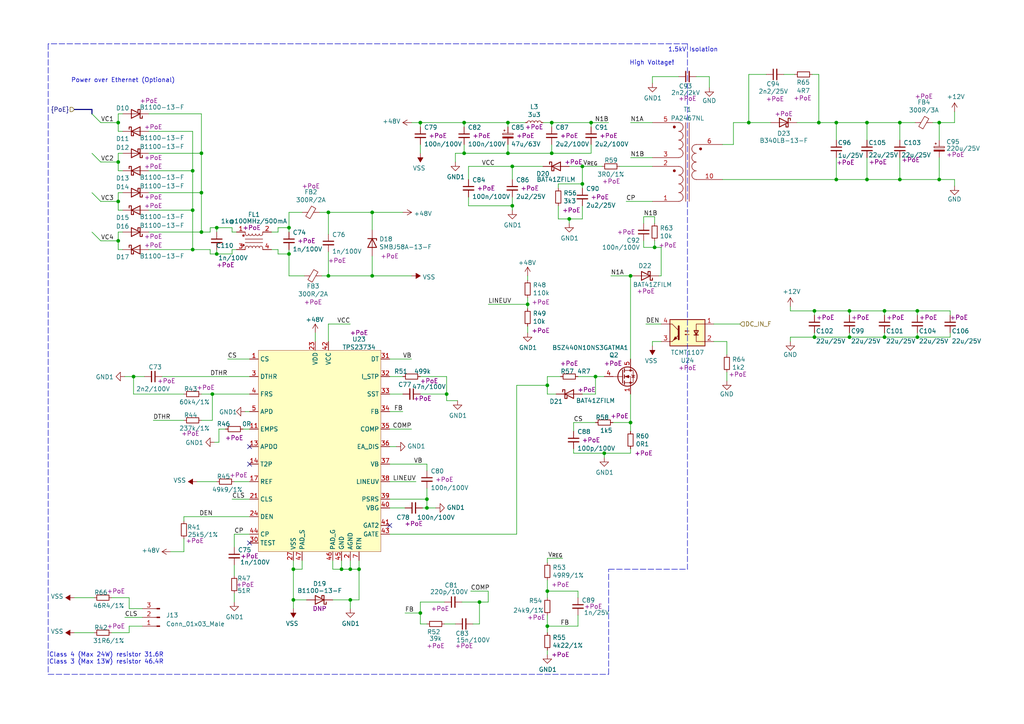
<source format=kicad_sch>
(kicad_sch (version 20210621) (generator eeschema)
  (paper "A4")
  (title_block (title "Power over Ethernet") (date "2021-01-12") (rev "0.1") (company "Nabu Casa") (comment 1 "www.nabucasa.com") (comment 2 "Light Blue"))
  (junction (at 34.29 35.56) (diameter 0.9144))
  (junction (at 34.29 46.99) (diameter 0.9144))
  (junction (at 34.29 58.42) (diameter 0.9144))
  (junction (at 34.29 69.85) (diameter 0.9144))
  (junction (at 38.735 109.22) (diameter 0.9144))
  (junction (at 55.88 49.53) (diameter 0.9144))
  (junction (at 55.88 60.96) (diameter 0.9144))
  (junction (at 55.88 72.39) (diameter 0.9144))
  (junction (at 58.42 44.45) (diameter 0.9144))
  (junction (at 58.42 55.88) (diameter 0.9144))
  (junction (at 58.42 67.31) (diameter 0.9144))
  (junction (at 61.595 114.3) (diameter 0.9144))
  (junction (at 62.865 66.04) (diameter 0.9144))
  (junction (at 62.865 73.66) (diameter 0.9144))
  (junction (at 83.82 66.04) (diameter 0.9144))
  (junction (at 83.82 73.66) (diameter 0.9144))
  (junction (at 85.09 165.1) (diameter 0.9144))
  (junction (at 85.09 173.99) (diameter 0.9144))
  (junction (at 95.25 61.595) (diameter 0.9144))
  (junction (at 95.25 80.01) (diameter 0.9144))
  (junction (at 99.06 165.1) (diameter 0.9144))
  (junction (at 101.6 165.1) (diameter 0.9144))
  (junction (at 101.6 173.99) (diameter 0.9144))
  (junction (at 104.14 165.1) (diameter 0.9144))
  (junction (at 107.95 61.595) (diameter 0.9144))
  (junction (at 107.95 80.01) (diameter 0.9144))
  (junction (at 121.92 35.56) (diameter 0.9144))
  (junction (at 121.92 177.8) (diameter 0.9144))
  (junction (at 123.825 144.78) (diameter 0.9144))
  (junction (at 123.825 147.32) (diameter 0.9144))
  (junction (at 129.54 114.3) (diameter 0.9144))
  (junction (at 134.62 35.56) (diameter 0.9144))
  (junction (at 134.62 44.45) (diameter 0.9144))
  (junction (at 139.065 174.625) (diameter 0.9144))
  (junction (at 147.32 35.56) (diameter 0.9144))
  (junction (at 147.32 44.45) (diameter 0.9144))
  (junction (at 148.59 48.26) (diameter 0.9144))
  (junction (at 148.59 59.69) (diameter 0.9144))
  (junction (at 153.035 88.265) (diameter 0.9144))
  (junction (at 158.75 111.76) (diameter 0.9144))
  (junction (at 158.75 171.45) (diameter 0.9144))
  (junction (at 158.75 181.61) (diameter 0.9144))
  (junction (at 160.02 35.56) (diameter 0.9144))
  (junction (at 160.02 44.45) (diameter 0.9144))
  (junction (at 165.1 63.5) (diameter 0.9144))
  (junction (at 168.91 48.26) (diameter 0.9144))
  (junction (at 168.91 53.34) (diameter 0.9144))
  (junction (at 171.45 35.56) (diameter 0.9144))
  (junction (at 172.72 109.22) (diameter 0.9144))
  (junction (at 175.26 131.445) (diameter 0.9144))
  (junction (at 182.88 80.01) (diameter 0.9144))
  (junction (at 182.88 122.555) (diameter 0.9144))
  (junction (at 189.865 71.755) (diameter 0.9144))
  (junction (at 217.17 35.56) (diameter 0.9144))
  (junction (at 236.22 90.17) (diameter 0.9144))
  (junction (at 236.22 97.79) (diameter 0.9144))
  (junction (at 237.49 35.56) (diameter 0.9144))
  (junction (at 242.57 35.56) (diameter 0.9144))
  (junction (at 242.57 52.07) (diameter 0.9144))
  (junction (at 246.38 90.17) (diameter 0.9144))
  (junction (at 246.38 97.79) (diameter 0.9144))
  (junction (at 251.46 35.56) (diameter 0.9144))
  (junction (at 251.46 52.07) (diameter 0.9144))
  (junction (at 256.54 90.17) (diameter 0.9144))
  (junction (at 256.54 97.79) (diameter 0.9144))
  (junction (at 260.985 35.56) (diameter 0.9144))
  (junction (at 260.985 52.07) (diameter 0.9144))
  (junction (at 266.065 90.17) (diameter 0.9144))
  (junction (at 266.065 97.79) (diameter 0.9144))
  (junction (at 272.415 35.56) (diameter 0.9144))
  (junction (at 272.415 52.07) (diameter 0.9144))
  (no_connect (at 72.39 129.54))
  (no_connect (at 72.39 134.62))
  (no_connect (at 72.39 157.48))
  (no_connect (at 113.03 152.4))
  (bus_entry (at 26.67 33.02) (size 2.54 2.54) (stroke (width 0.1524)))
  (bus_entry (at 26.67 44.45) (size 2.54 2.54) (stroke (width 0.1524)))
  (bus_entry (at 26.67 55.88) (size 2.54 2.54) (stroke (width 0.1524)))
  (bus_entry (at 26.67 67.31) (size 2.54 2.54) (stroke (width 0.1524)))
  (wire (pts (xy 21.59 173.355) (xy 27.305 173.355)))
  (wire (pts (xy 21.59 183.515) (xy 27.305 183.515)))
  (wire (pts (xy 29.21 35.56) (xy 34.29 35.56)))
  (wire (pts (xy 29.21 46.99) (xy 34.29 46.99)))
  (wire (pts (xy 29.21 58.42) (xy 34.29 58.42)))
  (wire (pts (xy 29.21 69.85) (xy 34.29 69.85)))
  (wire (pts (xy 34.29 33.02) (xy 34.29 35.56)))
  (wire (pts (xy 34.29 38.1) (xy 34.29 35.56)))
  (wire (pts (xy 34.29 44.45) (xy 34.29 46.99)))
  (wire (pts (xy 34.29 49.53) (xy 34.29 46.99)))
  (wire (pts (xy 34.29 55.88) (xy 34.29 58.42)))
  (wire (pts (xy 34.29 60.96) (xy 34.29 58.42)))
  (wire (pts (xy 34.29 67.31) (xy 34.29 69.85)))
  (wire (pts (xy 34.29 72.39) (xy 34.29 69.85)))
  (wire (pts (xy 35.56 33.02) (xy 34.29 33.02)))
  (wire (pts (xy 35.56 38.1) (xy 34.29 38.1)))
  (wire (pts (xy 35.56 44.45) (xy 34.29 44.45)))
  (wire (pts (xy 35.56 49.53) (xy 34.29 49.53)))
  (wire (pts (xy 35.56 55.88) (xy 34.29 55.88)))
  (wire (pts (xy 35.56 60.96) (xy 34.29 60.96)))
  (wire (pts (xy 35.56 67.31) (xy 34.29 67.31)))
  (wire (pts (xy 35.56 72.39) (xy 34.29 72.39)))
  (wire (pts (xy 36.195 109.22) (xy 38.735 109.22)))
  (wire (pts (xy 36.195 179.07) (xy 41.275 179.07)))
  (wire (pts (xy 37.465 173.355) (xy 32.385 173.355)))
  (wire (pts (xy 37.465 176.53) (xy 37.465 173.355)))
  (wire (pts (xy 37.465 181.61) (xy 37.465 183.515)))
  (wire (pts (xy 37.465 183.515) (xy 32.385 183.515)))
  (wire (pts (xy 38.735 109.22) (xy 41.91 109.22)))
  (wire (pts (xy 38.735 114.3) (xy 38.735 109.22)))
  (wire (pts (xy 41.275 176.53) (xy 37.465 176.53)))
  (wire (pts (xy 41.275 181.61) (xy 37.465 181.61)))
  (wire (pts (xy 43.18 33.02) (xy 58.42 33.02)))
  (wire (pts (xy 43.18 38.1) (xy 55.88 38.1)))
  (wire (pts (xy 43.18 44.45) (xy 58.42 44.45)))
  (wire (pts (xy 43.18 49.53) (xy 55.88 49.53)))
  (wire (pts (xy 43.18 55.88) (xy 58.42 55.88)))
  (wire (pts (xy 43.18 60.96) (xy 55.88 60.96)))
  (wire (pts (xy 43.18 67.31) (xy 58.42 67.31)))
  (wire (pts (xy 43.18 72.39) (xy 55.88 72.39)))
  (wire (pts (xy 44.45 121.92) (xy 53.34 121.92)))
  (wire (pts (xy 46.99 109.22) (xy 72.39 109.22)))
  (wire (pts (xy 53.34 114.3) (xy 38.735 114.3)))
  (wire (pts (xy 53.34 149.86) (xy 53.34 151.13)))
  (wire (pts (xy 53.34 156.21) (xy 53.34 160.02)))
  (wire (pts (xy 53.34 160.02) (xy 49.53 160.02)))
  (wire (pts (xy 55.88 38.1) (xy 55.88 49.53)))
  (wire (pts (xy 55.88 49.53) (xy 55.88 60.96)))
  (wire (pts (xy 55.88 60.96) (xy 55.88 72.39)))
  (wire (pts (xy 55.88 72.39) (xy 60.96 72.39)))
  (wire (pts (xy 57.15 139.7) (xy 62.865 139.7)))
  (wire (pts (xy 58.42 33.02) (xy 58.42 44.45)))
  (wire (pts (xy 58.42 44.45) (xy 58.42 55.88)))
  (wire (pts (xy 58.42 55.88) (xy 58.42 67.31)))
  (wire (pts (xy 58.42 67.31) (xy 60.96 67.31)))
  (wire (pts (xy 58.42 114.3) (xy 61.595 114.3)))
  (wire (pts (xy 58.42 121.92) (xy 61.595 121.92)))
  (wire (pts (xy 60.96 66.04) (xy 60.96 67.31)))
  (wire (pts (xy 60.96 72.39) (xy 60.96 73.66)))
  (wire (pts (xy 60.96 73.66) (xy 62.865 73.66)))
  (wire (pts (xy 61.595 114.3) (xy 72.39 114.3)))
  (wire (pts (xy 61.595 121.92) (xy 61.595 114.3)))
  (wire (pts (xy 62.865 66.04) (xy 60.96 66.04)))
  (wire (pts (xy 62.865 66.04) (xy 62.865 67.31)))
  (wire (pts (xy 62.865 72.39) (xy 62.865 73.66)))
  (wire (pts (xy 62.865 73.66) (xy 67.31 73.66)))
  (wire (pts (xy 63.5 124.46) (xy 63.5 128.27)))
  (wire (pts (xy 63.5 124.46) (xy 65.405 124.46)))
  (wire (pts (xy 63.5 128.27) (xy 62.23 128.27)))
  (wire (pts (xy 66.04 104.14) (xy 72.39 104.14)))
  (wire (pts (xy 67.31 66.04) (xy 62.865 66.04)))
  (wire (pts (xy 67.31 67.31) (xy 67.31 66.04)))
  (wire (pts (xy 67.31 72.39) (xy 68.58 72.39)))
  (wire (pts (xy 67.31 73.66) (xy 67.31 72.39)))
  (wire (pts (xy 67.31 144.78) (xy 72.39 144.78)))
  (wire (pts (xy 67.945 139.7) (xy 72.39 139.7)))
  (wire (pts (xy 67.945 154.94) (xy 67.945 158.75)))
  (wire (pts (xy 67.945 154.94) (xy 72.39 154.94)))
  (wire (pts (xy 67.945 163.83) (xy 67.945 167.005)))
  (wire (pts (xy 67.945 172.085) (xy 67.945 174.625)))
  (wire (pts (xy 68.58 67.31) (xy 67.31 67.31)))
  (wire (pts (xy 70.485 124.46) (xy 72.39 124.46)))
  (wire (pts (xy 71.12 119.38) (xy 72.39 119.38)))
  (wire (pts (xy 72.39 149.86) (xy 53.34 149.86)))
  (wire (pts (xy 78.74 67.31) (xy 80.645 67.31)))
  (wire (pts (xy 78.74 72.39) (xy 80.645 72.39)))
  (wire (pts (xy 80.645 66.04) (xy 83.82 66.04)))
  (wire (pts (xy 80.645 67.31) (xy 80.645 66.04)))
  (wire (pts (xy 80.645 72.39) (xy 80.645 73.66)))
  (wire (pts (xy 80.645 73.66) (xy 83.82 73.66)))
  (wire (pts (xy 83.82 61.595) (xy 83.82 66.04)))
  (wire (pts (xy 83.82 66.04) (xy 83.82 67.31)))
  (wire (pts (xy 83.82 73.66) (xy 83.82 72.39)))
  (wire (pts (xy 83.82 80.01) (xy 83.82 73.66)))
  (wire (pts (xy 85.09 165.1) (xy 85.09 162.56)))
  (wire (pts (xy 85.09 165.1) (xy 85.09 173.99)))
  (wire (pts (xy 85.09 173.99) (xy 85.09 176.53)))
  (wire (pts (xy 85.09 173.99) (xy 88.9 173.99)))
  (wire (pts (xy 87.63 61.595) (xy 83.82 61.595)))
  (wire (pts (xy 87.63 162.56) (xy 87.63 165.1)))
  (wire (pts (xy 87.63 165.1) (xy 85.09 165.1)))
  (wire (pts (xy 88.265 80.01) (xy 83.82 80.01)))
  (wire (pts (xy 91.44 96.52) (xy 91.44 99.06)))
  (wire (pts (xy 92.71 61.595) (xy 95.25 61.595)))
  (wire (pts (xy 93.345 80.01) (xy 95.25 80.01)))
  (wire (pts (xy 95.25 61.595) (xy 95.25 67.945)))
  (wire (pts (xy 95.25 61.595) (xy 107.95 61.595)))
  (wire (pts (xy 95.25 73.025) (xy 95.25 80.01)))
  (wire (pts (xy 95.25 80.01) (xy 107.95 80.01)))
  (wire (pts (xy 95.25 93.98) (xy 101.6 93.98)))
  (wire (pts (xy 95.25 99.06) (xy 95.25 93.98)))
  (wire (pts (xy 96.52 162.56) (xy 96.52 165.1)))
  (wire (pts (xy 96.52 165.1) (xy 99.06 165.1)))
  (wire (pts (xy 96.52 173.99) (xy 101.6 173.99)))
  (wire (pts (xy 99.06 162.56) (xy 99.06 165.1)))
  (wire (pts (xy 99.06 165.1) (xy 101.6 165.1)))
  (wire (pts (xy 101.6 162.56) (xy 101.6 165.1)))
  (wire (pts (xy 101.6 165.1) (xy 104.14 165.1)))
  (wire (pts (xy 101.6 173.99) (xy 101.6 176.53)))
  (wire (pts (xy 104.14 165.1) (xy 104.14 162.56)))
  (wire (pts (xy 104.14 165.1) (xy 104.14 173.99)))
  (wire (pts (xy 104.14 173.99) (xy 101.6 173.99)))
  (wire (pts (xy 107.95 61.595) (xy 116.84 61.595)))
  (wire (pts (xy 107.95 66.675) (xy 107.95 61.595)))
  (wire (pts (xy 107.95 74.295) (xy 107.95 80.01)))
  (wire (pts (xy 107.95 80.01) (xy 119.38 80.01)))
  (wire (pts (xy 113.03 104.14) (xy 119.38 104.14)))
  (wire (pts (xy 113.03 109.22) (xy 116.84 109.22)))
  (wire (pts (xy 113.03 114.3) (xy 116.84 114.3)))
  (wire (pts (xy 113.03 119.38) (xy 116.84 119.38)))
  (wire (pts (xy 113.03 124.46) (xy 119.38 124.46)))
  (wire (pts (xy 113.03 129.54) (xy 114.935 129.54)))
  (wire (pts (xy 113.03 134.62) (xy 123.825 134.62)))
  (wire (pts (xy 113.03 139.7) (xy 120.65 139.7)))
  (wire (pts (xy 113.03 144.78) (xy 123.825 144.78)))
  (wire (pts (xy 113.03 147.32) (xy 117.475 147.32)))
  (wire (pts (xy 113.03 154.94) (xy 149.86 154.94)))
  (wire (pts (xy 117.475 177.8) (xy 121.92 177.8)))
  (wire (pts (xy 119.38 35.56) (xy 121.92 35.56)))
  (wire (pts (xy 121.92 35.56) (xy 121.92 36.83)))
  (wire (pts (xy 121.92 35.56) (xy 134.62 35.56)))
  (wire (pts (xy 121.92 41.91) (xy 121.92 44.45)))
  (wire (pts (xy 121.92 109.22) (xy 129.54 109.22)))
  (wire (pts (xy 121.92 114.3) (xy 129.54 114.3)))
  (wire (pts (xy 121.92 174.625) (xy 121.92 177.8)))
  (wire (pts (xy 121.92 180.975) (xy 121.92 177.8)))
  (wire (pts (xy 122.555 147.32) (xy 123.825 147.32)))
  (wire (pts (xy 123.825 134.62) (xy 123.825 136.525)))
  (wire (pts (xy 123.825 141.605) (xy 123.825 144.78)))
  (wire (pts (xy 123.825 144.78) (xy 123.825 147.32)))
  (wire (pts (xy 123.825 147.32) (xy 126.365 147.32)))
  (wire (pts (xy 123.825 180.975) (xy 121.92 180.975)))
  (wire (pts (xy 128.905 174.625) (xy 121.92 174.625)))
  (wire (pts (xy 128.905 180.975) (xy 132.08 180.975)))
  (wire (pts (xy 129.54 109.22) (xy 129.54 114.3)))
  (wire (pts (xy 129.54 116.205) (xy 129.54 114.3)))
  (wire (pts (xy 132.08 44.45) (xy 132.08 46.99)))
  (wire (pts (xy 132.715 116.205) (xy 129.54 116.205)))
  (wire (pts (xy 133.985 174.625) (xy 139.065 174.625)))
  (wire (pts (xy 134.62 35.56) (xy 134.62 36.83)))
  (wire (pts (xy 134.62 35.56) (xy 147.32 35.56)))
  (wire (pts (xy 134.62 41.91) (xy 134.62 44.45)))
  (wire (pts (xy 134.62 44.45) (xy 132.08 44.45)))
  (wire (pts (xy 134.62 44.45) (xy 147.32 44.45)))
  (wire (pts (xy 135.89 48.26) (xy 135.89 52.07)))
  (wire (pts (xy 135.89 48.26) (xy 148.59 48.26)))
  (wire (pts (xy 135.89 57.15) (xy 135.89 59.69)))
  (wire (pts (xy 135.89 59.69) (xy 148.59 59.69)))
  (wire (pts (xy 137.16 180.975) (xy 139.065 180.975)))
  (wire (pts (xy 139.065 174.625) (xy 141.605 174.625)))
  (wire (pts (xy 139.065 180.975) (xy 139.065 174.625)))
  (wire (pts (xy 141.605 88.265) (xy 153.035 88.265)))
  (wire (pts (xy 141.605 171.45) (xy 136.525 171.45)))
  (wire (pts (xy 141.605 174.625) (xy 141.605 171.45)))
  (wire (pts (xy 147.32 35.56) (xy 147.32 36.83)))
  (wire (pts (xy 147.32 35.56) (xy 152.4 35.56)))
  (wire (pts (xy 147.32 41.91) (xy 147.32 44.45)))
  (wire (pts (xy 147.32 44.45) (xy 160.02 44.45)))
  (wire (pts (xy 148.59 48.26) (xy 148.59 52.07)))
  (wire (pts (xy 148.59 48.26) (xy 157.48 48.26)))
  (wire (pts (xy 148.59 57.15) (xy 148.59 59.69)))
  (wire (pts (xy 148.59 59.69) (xy 148.59 60.96)))
  (wire (pts (xy 149.86 111.76) (xy 158.75 111.76)))
  (wire (pts (xy 149.86 154.94) (xy 149.86 111.76)))
  (wire (pts (xy 153.035 80.01) (xy 153.035 81.28)))
  (wire (pts (xy 153.035 86.36) (xy 153.035 88.265)))
  (wire (pts (xy 153.035 88.265) (xy 153.035 89.535)))
  (wire (pts (xy 153.035 94.615) (xy 153.035 96.52)))
  (wire (pts (xy 157.48 35.56) (xy 160.02 35.56)))
  (wire (pts (xy 158.75 109.22) (xy 162.56 109.22)))
  (wire (pts (xy 158.75 111.76) (xy 158.75 109.22)))
  (wire (pts (xy 158.75 114.3) (xy 158.75 111.76)))
  (wire (pts (xy 158.75 161.925) (xy 163.195 161.925)))
  (wire (pts (xy 158.75 163.195) (xy 158.75 161.925)))
  (wire (pts (xy 158.75 168.275) (xy 158.75 171.45)))
  (wire (pts (xy 158.75 171.45) (xy 158.75 173.355)))
  (wire (pts (xy 158.75 171.45) (xy 167.64 171.45)))
  (wire (pts (xy 158.75 178.435) (xy 158.75 181.61)))
  (wire (pts (xy 158.75 181.61) (xy 158.75 183.515)))
  (wire (pts (xy 158.75 188.595) (xy 158.75 189.865)))
  (wire (pts (xy 160.02 35.56) (xy 160.02 36.83)))
  (wire (pts (xy 160.02 35.56) (xy 171.45 35.56)))
  (wire (pts (xy 160.02 41.91) (xy 160.02 44.45)))
  (wire (pts (xy 160.02 44.45) (xy 171.45 44.45)))
  (wire (pts (xy 161.29 114.3) (xy 158.75 114.3)))
  (wire (pts (xy 161.925 53.34) (xy 168.91 53.34)))
  (wire (pts (xy 161.925 54.61) (xy 161.925 53.34)))
  (wire (pts (xy 161.925 59.69) (xy 161.925 63.5)))
  (wire (pts (xy 161.925 63.5) (xy 165.1 63.5)))
  (wire (pts (xy 165.1 48.26) (xy 168.91 48.26)))
  (wire (pts (xy 165.1 63.5) (xy 165.1 64.77)))
  (wire (pts (xy 165.1 63.5) (xy 168.91 63.5)))
  (wire (pts (xy 166.37 122.555) (xy 166.37 125.095)))
  (wire (pts (xy 166.37 131.445) (xy 166.37 130.175)))
  (wire (pts (xy 167.64 173.355) (xy 167.64 171.45)))
  (wire (pts (xy 167.64 178.435) (xy 167.64 181.61)))
  (wire (pts (xy 167.64 181.61) (xy 158.75 181.61)))
  (wire (pts (xy 168.91 48.26) (xy 168.91 53.34)))
  (wire (pts (xy 168.91 48.26) (xy 174.625 48.26)))
  (wire (pts (xy 168.91 53.34) (xy 168.91 54.61)))
  (wire (pts (xy 168.91 63.5) (xy 168.91 59.69)))
  (wire (pts (xy 168.91 114.3) (xy 172.72 114.3)))
  (wire (pts (xy 171.45 35.56) (xy 171.45 36.83)))
  (wire (pts (xy 171.45 35.56) (xy 176.53 35.56)))
  (wire (pts (xy 171.45 41.91) (xy 171.45 44.45)))
  (wire (pts (xy 172.72 109.22) (xy 167.64 109.22)))
  (wire (pts (xy 172.72 109.22) (xy 175.26 109.22)))
  (wire (pts (xy 172.72 114.3) (xy 172.72 109.22)))
  (wire (pts (xy 172.72 122.555) (xy 166.37 122.555)))
  (wire (pts (xy 175.26 131.445) (xy 166.37 131.445)))
  (wire (pts (xy 175.26 131.445) (xy 175.26 132.715)))
  (wire (pts (xy 177.165 80.01) (xy 182.88 80.01)))
  (wire (pts (xy 177.8 122.555) (xy 182.88 122.555)))
  (wire (pts (xy 179.705 48.26) (xy 189.23 48.26)))
  (wire (pts (xy 181.61 58.42) (xy 189.23 58.42)))
  (wire (pts (xy 182.88 35.56) (xy 189.23 35.56)))
  (wire (pts (xy 182.88 45.72) (xy 189.23 45.72)))
  (wire (pts (xy 182.88 80.01) (xy 182.88 104.14)))
  (wire (pts (xy 182.88 80.01) (xy 183.515 80.01)))
  (wire (pts (xy 182.88 114.3) (xy 182.88 122.555)))
  (wire (pts (xy 182.88 122.555) (xy 182.88 125.095)))
  (wire (pts (xy 182.88 130.175) (xy 182.88 131.445)))
  (wire (pts (xy 182.88 131.445) (xy 175.26 131.445)))
  (wire (pts (xy 186.69 62.865) (xy 186.69 64.77)))
  (wire (pts (xy 186.69 69.85) (xy 186.69 71.755)))
  (wire (pts (xy 186.69 71.755) (xy 189.865 71.755)))
  (wire (pts (xy 189.23 22.225) (xy 189.23 24.13)))
  (wire (pts (xy 189.23 99.06) (xy 189.23 100.33)))
  (wire (pts (xy 189.865 62.865) (xy 186.69 62.865)))
  (wire (pts (xy 189.865 64.77) (xy 189.865 62.865)))
  (wire (pts (xy 189.865 71.755) (xy 189.865 69.85)))
  (wire (pts (xy 191.135 80.01) (xy 191.77 80.01)))
  (wire (pts (xy 191.77 71.755) (xy 189.865 71.755)))
  (wire (pts (xy 191.77 80.01) (xy 191.77 71.755)))
  (wire (pts (xy 191.77 93.98) (xy 187.325 93.98)))
  (wire (pts (xy 191.77 99.06) (xy 189.23 99.06)))
  (wire (pts (xy 196.85 22.225) (xy 189.23 22.225)))
  (wire (pts (xy 205.74 22.225) (xy 201.93 22.225)))
  (wire (pts (xy 205.74 25.4) (xy 205.74 22.225)))
  (wire (pts (xy 207.01 93.98) (xy 214.63 93.98)))
  (wire (pts (xy 207.01 99.06) (xy 210.82 99.06)))
  (wire (pts (xy 209.55 41.91) (xy 212.725 41.91)))
  (wire (pts (xy 209.55 52.07) (xy 242.57 52.07)))
  (wire (pts (xy 210.82 99.06) (xy 210.82 102.87)))
  (wire (pts (xy 210.82 107.95) (xy 210.82 110.49)))
  (wire (pts (xy 212.725 35.56) (xy 217.17 35.56)))
  (wire (pts (xy 212.725 41.91) (xy 212.725 35.56)))
  (wire (pts (xy 217.17 21.59) (xy 217.17 35.56)))
  (wire (pts (xy 217.17 35.56) (xy 223.52 35.56)))
  (wire (pts (xy 222.25 21.59) (xy 217.17 21.59)))
  (wire (pts (xy 227.33 21.59) (xy 230.505 21.59)))
  (wire (pts (xy 229.235 90.17) (xy 229.235 88.9)))
  (wire (pts (xy 229.235 90.17) (xy 236.22 90.17)))
  (wire (pts (xy 229.235 97.79) (xy 229.235 99.06)))
  (wire (pts (xy 229.235 97.79) (xy 236.22 97.79)))
  (wire (pts (xy 231.14 35.56) (xy 237.49 35.56)))
  (wire (pts (xy 235.585 21.59) (xy 237.49 21.59)))
  (wire (pts (xy 236.22 90.17) (xy 236.22 91.44)))
  (wire (pts (xy 236.22 90.17) (xy 246.38 90.17)))
  (wire (pts (xy 236.22 96.52) (xy 236.22 97.79)))
  (wire (pts (xy 236.22 97.79) (xy 246.38 97.79)))
  (wire (pts (xy 237.49 21.59) (xy 237.49 35.56)))
  (wire (pts (xy 237.49 35.56) (xy 242.57 35.56)))
  (wire (pts (xy 242.57 35.56) (xy 242.57 40.64)))
  (wire (pts (xy 242.57 35.56) (xy 251.46 35.56)))
  (wire (pts (xy 242.57 45.72) (xy 242.57 52.07)))
  (wire (pts (xy 242.57 52.07) (xy 251.46 52.07)))
  (wire (pts (xy 246.38 90.17) (xy 246.38 91.44)))
  (wire (pts (xy 246.38 90.17) (xy 256.54 90.17)))
  (wire (pts (xy 246.38 96.52) (xy 246.38 97.79)))
  (wire (pts (xy 246.38 97.79) (xy 256.54 97.79)))
  (wire (pts (xy 251.46 35.56) (xy 251.46 40.64)))
  (wire (pts (xy 251.46 35.56) (xy 260.985 35.56)))
  (wire (pts (xy 251.46 45.72) (xy 251.46 52.07)))
  (wire (pts (xy 251.46 52.07) (xy 260.985 52.07)))
  (wire (pts (xy 256.54 90.17) (xy 256.54 91.44)))
  (wire (pts (xy 256.54 90.17) (xy 266.065 90.17)))
  (wire (pts (xy 256.54 96.52) (xy 256.54 97.79)))
  (wire (pts (xy 256.54 97.79) (xy 266.065 97.79)))
  (wire (pts (xy 260.985 35.56) (xy 260.985 40.64)))
  (wire (pts (xy 260.985 35.56) (xy 265.43 35.56)))
  (wire (pts (xy 260.985 45.72) (xy 260.985 52.07)))
  (wire (pts (xy 260.985 52.07) (xy 272.415 52.07)))
  (wire (pts (xy 266.065 90.17) (xy 266.065 91.44)))
  (wire (pts (xy 266.065 90.17) (xy 275.59 90.17)))
  (wire (pts (xy 266.065 96.52) (xy 266.065 97.79)))
  (wire (pts (xy 266.065 97.79) (xy 275.59 97.79)))
  (wire (pts (xy 270.51 35.56) (xy 272.415 35.56)))
  (wire (pts (xy 272.415 35.56) (xy 272.415 40.64)))
  (wire (pts (xy 272.415 35.56) (xy 276.86 35.56)))
  (wire (pts (xy 272.415 45.72) (xy 272.415 52.07)))
  (wire (pts (xy 272.415 52.07) (xy 276.86 52.07)))
  (wire (pts (xy 275.59 90.17) (xy 275.59 91.44)))
  (wire (pts (xy 275.59 96.52) (xy 275.59 97.79)))
  (wire (pts (xy 276.86 35.56) (xy 276.86 32.385)))
  (wire (pts (xy 276.86 52.07) (xy 276.86 53.975)))
  (bus (pts (xy 21.59 31.75) (xy 26.67 31.75)))
  (bus (pts (xy 26.67 31.75) (xy 26.67 67.31)))
  (polyline (pts (xy 13.97 12.7) (xy 13.97 195.58)) (stroke (width 0) (type dash)))
  (polyline (pts (xy 13.97 195.58) (xy 176.53 195.58)) (stroke (width 0) (type dash)))
  (polyline (pts (xy 176.53 165.1) (xy 199.39 165.1)) (stroke (width 0) (type dash)))
  (polyline (pts (xy 176.53 195.58) (xy 176.53 165.1)) (stroke (width 0) (type dash)))
  (polyline (pts (xy 199.39 12.7) (xy 13.97 12.7)) (stroke (width 0) (type dash)))
  (polyline (pts (xy 199.39 12.7) (xy 199.39 165.1)) (stroke (width 0) (type dash)))
  (text "Class 4 (Max 24W) resistor 31.6R\nClass 3 (Max 13W) resistor 46.4R" (at 47.498 192.786 0) (effects (font (size 1.27 1.27)) (justify right bottom)))
  (text "Power over Ethernet (Optional)" (at 50.8 24.13 180) (effects (font (size 1.27 1.27)) (justify right bottom)))
  (text "High Voltage!" (at 195.58 19.05 180) (effects (font (size 1.27 1.27)) (justify right bottom)))
  (text "1.5kV Isolation" (at 208.28 15.24 180) (effects (font (size 1.27 1.27)) (justify right bottom)))
  (label "VC1" (at 33.02 35.56 180))
  (label "VC2" (at 33.02 46.99 180))
  (label "VC3" (at 33.02 58.42 180))
  (label "VC4" (at 33.02 69.85 180))
  (label "CLS" (at 36.195 179.07 0))
  (label "DTHR" (at 44.45 121.92 0))
  (label "DEN" (at 57.785 149.86 0))
  (label "DTHR" (at 60.96 109.22 0))
  (label "CS" (at 66.04 104.14 0))
  (label "CLS" (at 67.31 144.78 0))
  (label "CP" (at 67.945 154.94 0))
  (label "VCC" (at 101.6 93.98 180))
  (label "FB" (at 116.84 119.38 180))
  (label "FB" (at 117.475 177.8 0))
  (label "VB" (at 119.38 104.14 180))
  (label "COMP" (at 119.38 124.46 180))
  (label "LINEUV" (at 120.65 139.7 180))
  (label "VB" (at 122.555 134.62 180))
  (label "COMP" (at 136.525 171.45 0))
  (label "VCC" (at 139.7 48.26 0))
  (label "LINEUV" (at 141.605 88.265 0))
  (label "V_{REG}" (at 163.195 161.925 180))
  (label "FB" (at 165.1 181.61 180))
  (label "CS" (at 166.37 122.555 0))
  (label "V_{REG}" (at 173.355 48.26 180))
  (label "N1B" (at 176.53 35.56 180))
  (label "N1A" (at 177.165 80.01 0))
  (label "CP" (at 181.61 58.42 0))
  (label "N1A" (at 182.88 35.56 0))
  (label "N1B" (at 182.88 45.72 0))
  (label "N1B" (at 186.69 62.865 0))
  (label "DEN" (at 187.325 93.98 0))
  (hierarchical_label "{PoE}" (shape input) (at 21.59 31.75 180))
  (hierarchical_label "DC_IN_F" (shape input) (at 214.63 93.98 0))
  (symbol (lib_id "power:VSS") (at 21.59 173.355 90) (unit 1)
    (property "Reference" "#PWR0199" (effects hide))
    (property "Value" "VSS" (at 18.4149 172.9867 90) (effects (justify left)))
  )
  (symbol (lib_id "power:VSS") (at 21.59 183.515 90) (unit 1)
    (property "Reference" "#PWR0155" (effects hide))
    (property "Value" "VSS" (at 18.4149 183.1467 90) (effects (justify left)))
  )
  (symbol (lib_id "power:+48V") (at 49.53 160.02 90) (unit 1)
    (property "Reference" "#PWR0156" (effects hide))
    (property "Value" "+48V" (at 46.3549 159.6517 90) (effects (justify left)))
  )
  (symbol (lib_id "power:VSS") (at 57.15 139.7 90) (unit 1)
    (property "Reference" "#PWR0157" (effects hide))
    (property "Value" "VSS" (at 53.9749 139.3317 90) (effects (justify left)))
  )
  (symbol (lib_id "power:VSS") (at 85.09 176.53 180) (unit 1)
    (property "Reference" "#PWR0162" (effects hide))
    (property "Value" "VSS" (at 84.7217 180.8544 0))
  )
  (symbol (lib_id "power:+48V") (at 91.44 96.52 0) (unit 1)
    (property "Reference" "#PWR0164" (effects hide))
    (property "Value" "+48V" (at 88.6333 92.7099 0) (effects (justify left)))
  )
  (symbol (lib_id "power:+48V") (at 116.84 61.595 270) (unit 1)
    (property "Reference" "#PWR0165" (effects hide))
    (property "Value" "+48V" (at 120.0151 61.9633 90) (effects (justify left)))
  )
  (symbol (lib_id "power:+48V") (at 119.38 35.56 90) (unit 1)
    (property "Reference" "#PWR0169" (effects hide))
    (property "Value" "+48V" (at 116.2049 35.1917 90) (effects (justify left)))
  )
  (symbol (lib_id "power:VSS") (at 119.38 80.01 270) (unit 1)
    (property "Reference" "#PWR0161" (effects hide))
    (property "Value" "VSS" (at 122.5551 80.3783 90) (effects (justify left)))
  )
  (symbol (lib_id "power:VSS") (at 121.92 44.45 180) (unit 1)
    (property "Reference" "#PWR0170" (effects hide))
    (property "Value" "VSS" (at 121.5517 48.7744 0))
  )
  (symbol (lib_id "power:+48V") (at 153.035 80.01 0) (unit 1)
    (property "Reference" "#PWR0167" (effects hide))
    (property "Value" "+48V" (at 150.2283 76.1999 0) (effects (justify left)))
  )
  (symbol (lib_id "power:VSS") (at 189.23 100.33 180) (unit 1)
    (property "Reference" "#PWR0163" (effects hide))
    (property "Value" "VSS" (at 188.8617 104.6544 0))
  )
  (symbol (lib_id "power:+12V") (at 229.235 88.9 0) (unit 1)
    (property "Reference" "#PWR0186" (effects hide))
    (property "Value" "+12V" (at 229.6033 84.5756 0))
  )
  (symbol (lib_id "power:+12V") (at 276.86 32.385 0) (unit 1)
    (property "Reference" "#PWR0188" (effects hide))
    (property "Value" "+12V" (at 277.2283 28.0606 0))
  )
  (symbol (lib_id "Device:L_Small") (at 154.94 35.56 90) (unit 1)
    (property "Reference" "L3" (at 154.94 30.9688 90))
    (property "Value" "3u3" (at 154.94 33.267 90))
    (property "Footprint" "Inductor_SMD:L_Taiyo-Yuden_NR-80xx" (effects hide))
    (property "Config" "+PoE" (at 154.94 36.83 90))
    (property "Manufacturer" "Taiyo Yuden" (effects hide))
    (property "PartNumber" "NRS8030T3R3MJGJ" (effects hide))
  )
  (symbol (lib_id "power:GND1") (at 36.195 109.22 270) (unit 1)
    (property "Reference" "#PWR0154" (effects hide))
    (property "Value" "GND1" (at 33.0199 109.3343 90) (effects (justify right)))
  )
  (symbol (lib_id "power:GND1") (at 62.23 128.27 270) (unit 1)
    (property "Reference" "#PWR0158" (effects hide))
    (property "Value" "GND1" (at 59.0549 128.3843 90) (effects (justify right)))
  )
  (symbol (lib_id "power:GND1") (at 67.945 174.625 0) (unit 1)
    (property "Reference" "#PWR0159" (effects hide))
    (property "Value" "GND1" (at 68.0593 178.9494 0))
  )
  (symbol (lib_id "power:GND1") (at 71.12 119.38 270) (unit 1)
    (property "Reference" "#PWR0160" (effects hide))
    (property "Value" "GND1" (at 66.1606 119.4943 90))
  )
  (symbol (lib_id "power:GND1") (at 101.6 176.53 0) (unit 1)
    (property "Reference" "#PWR0166" (effects hide))
    (property "Value" "GND1" (at 101.7143 180.8544 0))
  )
  (symbol (lib_id "power:GND1") (at 114.935 129.54 90) (unit 1)
    (property "Reference" "#PWR0171" (effects hide))
    (property "Value" "GND1" (at 118.1101 129.4257 90) (effects (justify right)))
  )
  (symbol (lib_id "power:GND1") (at 126.365 147.32 90) (unit 1)
    (property "Reference" "#PWR0172" (effects hide))
    (property "Value" "GND1" (at 129.5401 147.2057 90) (effects (justify right)))
  )
  (symbol (lib_id "power:GND1") (at 132.08 46.99 0) (unit 1)
    (property "Reference" "#PWR0173" (effects hide))
    (property "Value" "GND1" (at 132.1943 51.3144 0))
  )
  (symbol (lib_id "power:GND1") (at 132.715 116.205 0) (unit 1)
    (property "Reference" "#PWR0174" (effects hide))
    (property "Value" "GND1" (at 132.8293 120.5294 0))
  )
  (symbol (lib_id "power:GND1") (at 148.59 60.96 0) (unit 1)
    (property "Reference" "#PWR0175" (effects hide))
    (property "Value" "GND1" (at 148.7043 65.2844 0))
  )
  (symbol (lib_id "power:GND1") (at 153.035 96.52 0) (unit 1)
    (property "Reference" "#PWR0168" (effects hide))
    (property "Value" "GND1" (at 153.1493 100.8444 0))
  )
  (symbol (lib_id "power:GND1") (at 158.75 189.865 0) (unit 1)
    (property "Reference" "#PWR0176" (effects hide))
    (property "Value" "GND1" (at 158.8643 194.1894 0))
  )
  (symbol (lib_id "power:GND1") (at 165.1 64.77 0) (unit 1)
    (property "Reference" "#PWR0177" (effects hide))
    (property "Value" "GND1" (at 165.2143 69.0944 0))
  )
  (symbol (lib_id "power:GND1") (at 175.26 132.715 0) (unit 1)
    (property "Reference" "#PWR0178" (effects hide))
    (property "Value" "GND1" (at 175.3743 137.0394 0))
  )
  (symbol (lib_id "power:GND1") (at 189.23 24.13 0) (unit 1)
    (property "Reference" "#PWR0179" (effects hide))
    (property "Value" "GND1" (at 189.3443 28.4544 0))
  )
  (symbol (lib_id "power:GND") (at 205.74 25.4 0) (unit 1)
    (property "Reference" "#PWR0182" (effects hide))
    (property "Value" "GND" (at 207.7593 29.2101 0) (effects (justify right)))
  )
  (symbol (lib_id "power:GND") (at 210.82 110.49 0) (unit 1)
    (property "Reference" "#PWR0183" (effects hide))
    (property "Value" "GND" (at 212.8393 114.3001 0) (effects (justify right)))
  )
  (symbol (lib_id "power:GND") (at 229.235 99.06 0) (unit 1)
    (property "Reference" "#PWR0187" (effects hide))
    (property "Value" "GND" (at 231.2543 102.8701 0) (effects (justify right)))
  )
  (symbol (lib_id "power:GND") (at 276.86 53.975 0) (unit 1)
    (property "Reference" "#PWR0189" (effects hide))
    (property "Value" "GND" (at 278.8793 57.7851 0) (effects (justify right)))
  )
  (symbol (lib_id "Device:R_Small") (at 29.845 173.355 90) (unit 1)
    (property "Reference" "R66" (at 31.2356 171.8563 90) (effects (justify left)))
    (property "Value" "46R4/1%" (at 36.074 175.666 90) (effects (justify left)))
    (property "Footprint" "Resistor_SMD:R_0402_1005Metric" (effects hide))
    (property "Config" "+PoE" (at 33.655 171.45 90))
  )
  (symbol (lib_id "Device:R_Small") (at 29.845 183.515 90) (unit 1)
    (property "Reference" "R42" (at 31.2356 182.0163 90) (effects (justify left)))
    (property "Value" "31R6/1%" (at 36.074 185.826 90) (effects (justify left)))
    (property "Footprint" "Resistor_SMD:R_0402_1005Metric" (effects hide))
    (property "Config" "+PoE" (at 33.655 181.61 90))
  )
  (symbol (lib_id "Device:R_Small") (at 53.34 153.67 180) (unit 1)
    (property "Reference" "R41" (at 58.1913 152.9144 0) (effects (justify left)))
    (property "Value" "25k5/1%" (at 63.271 155.061 0) (effects (justify left)))
    (property "Footprint" "Resistor_SMD:R_0402_1005Metric" (effects hide))
    (property "Config" "+PoE" (at 56.515 156.845 0))
  )
  (symbol (lib_id "Device:R_Small") (at 55.88 114.3 90) (unit 1)
    (property "Reference" "R43" (at 57.2706 112.8013 90) (effects (justify left)))
    (property "Value" "60k4/1%" (at 60.839 116.611 90) (effects (justify left)))
    (property "Footprint" "Resistor_SMD:R_0402_1005Metric" (effects hide))
    (property "Config" "+PoE" (at 59.69 112.395 90))
  )
  (symbol (lib_id "Device:R_Small") (at 55.88 121.92 90) (unit 1)
    (property "Reference" "R44" (at 57.2706 120.4213 90) (effects (justify left)))
    (property "Value" "237k/1%" (at 60.839 124.231 90) (effects (justify left)))
    (property "Footprint" "Resistor_SMD:R_0402_1005Metric" (effects hide))
    (property "Config" "+PoE" (at 55.245 125.73 90))
  )
  (symbol (lib_id "Device:R_Small") (at 65.405 139.7 90) (unit 1)
    (property "Reference" "R45" (at 66.7956 138.2013 90) (effects (justify left)))
    (property "Value" "49k9/1%" (at 70.364 142.011 90) (effects (justify left)))
    (property "Footprint" "Resistor_SMD:R_0402_1005Metric" (effects hide))
    (property "Config" "+PoE" (at 69.215 137.795 90))
  )
  (symbol (lib_id "Device:R_Small") (at 67.945 124.46 90) (unit 1)
    (property "Reference" "R46" (at 66.7956 122.9613 90) (effects (justify left)))
    (property "Value" "0R" (at 72.904 122.961 90) (effects (justify left)))
    (property "Footprint" "Resistor_SMD:R_0402_1005Metric" (effects hide))
    (property "Config" "+PoE" (at 67.945 127 90))
  )
  (symbol (lib_id "Device:R_Small") (at 67.945 169.545 0) (unit 1)
    (property "Reference" "R47" (at 68.8087 167.7606 0) (effects (justify left)))
    (property "Value" "51R" (at 68.809 171.329 0) (effects (justify left)))
    (property "Footprint" "Resistor_SMD:R_0805_2012Metric" (effects hide))
    (property "Config" "+PoE" (at 71.12 169.545 0))
  )
  (symbol (lib_id "Device:R_Small") (at 119.38 109.22 90) (unit 1)
    (property "Reference" "R51" (at 118.2306 107.7213 90) (effects (justify left)))
    (property "Value" "499k" (at 124.974 107.721 90) (effects (justify left)))
    (property "Footprint" "Resistor_SMD:R_0402_1005Metric" (effects hide))
    (property "Config" "+PoE" (at 124.46 110.49 90))
  )
  (symbol (lib_id "Device:R_Small") (at 126.365 180.975 90) (unit 1)
    (property "Reference" "R52" (at 127.7556 183.2863 90) (effects (justify left)))
    (property "Value" "39k" (at 128.149 185.191 90) (effects (justify left)))
    (property "Footprint" "Resistor_SMD:R_0402_1005Metric" (effects hide))
    (property "Config" "+PoE" (at 126.365 187.325 90))
  )
  (symbol (lib_id "Device:R_Small") (at 153.035 83.82 0) (unit 1)
    (property "Reference" "R48" (at 154.5337 82.6706 0) (effects (justify left)))
    (property "Value" "110k" (at 154.534 84.969 0) (effects (justify left)))
    (property "Footprint" "Resistor_SMD:R_0402_1005Metric" (effects hide))
    (property "Config" "+PoE" (at 156.845 87.63 0))
  )
  (symbol (lib_id "Device:R_Small") (at 153.035 92.075 0) (unit 1)
    (property "Reference" "R49" (at 154.5337 90.9256 0) (effects (justify left)))
    (property "Value" "10k" (at 154.534 93.224 0) (effects (justify left)))
    (property "Footprint" "Resistor_SMD:R_0402_1005Metric" (effects hide))
    (property "Config" "+PoE" (at 156.845 95.885 0))
  )
  (symbol (lib_id "Device:R_Small") (at 158.75 165.735 0) (unit 1)
    (property "Reference" "R53" (at 160.2487 164.5856 0) (effects (justify left)))
    (property "Value" "49R9/1%" (at 160.249 166.884 0) (effects (justify left)))
    (property "Footprint" "Resistor_SMD:R_0402_1005Metric" (effects hide))
    (property "Config" "+PoE" (at 162.56 169.545 0))
  )
  (symbol (lib_id "Device:R_Small") (at 158.75 175.895 0) (unit 1)
    (property "Reference" "R54" (at 153.3907 174.2376 0) (effects (justify left)))
    (property "Value" "24k9/1%" (at 148.819 177.044 0) (effects (justify left)))
    (property "Footprint" "Resistor_SMD:R_0402_1005Metric" (effects hide))
    (property "Config" "+PoE" (at 155.575 179.07 0))
  )
  (symbol (lib_id "Device:R_Small") (at 158.75 186.055 0) (unit 1)
    (property "Reference" "R55" (at 160.2487 184.9056 0) (effects (justify left)))
    (property "Value" "4k22/1%" (at 160.249 187.204 0) (effects (justify left)))
    (property "Footprint" "Resistor_SMD:R_0402_1005Metric" (effects hide))
    (property "Config" "+PoE" (at 162.56 189.865 0))
  )
  (symbol (lib_id "Device:R_Small") (at 161.925 57.15 0) (unit 1)
    (property "Reference" "R56" (at 163.4237 56.0006 0) (effects (justify left)))
    (property "Value" "3k3" (at 163.424 58.299 0) (effects (justify left)))
    (property "Footprint" "Resistor_SMD:R_0402_1005Metric" (effects hide))
    (property "Config" "+PoE" (at 165.735 60.96 0))
  )
  (symbol (lib_id "Device:R_Small") (at 165.1 109.22 90) (unit 1)
    (property "Reference" "R57" (at 166.4906 107.7213 90) (effects (justify left)))
    (property "Value" "4R7" (at 171.329 107.721 90) (effects (justify left)))
    (property "Footprint" "Resistor_SMD:R_1206_3216Metric" (effects hide))
    (property "Config" "+PoE" (at 165.1 105.41 90))
  )
  (symbol (lib_id "Device:R_Small") (at 175.26 122.555 90) (unit 1)
    (property "Reference" "R58" (at 176.6506 121.0563 90) (effects (justify left)))
    (property "Value" "1k5" (at 177.679 124.866 90) (effects (justify left)))
    (property "Footprint" "Resistor_SMD:R_0402_1005Metric" (effects hide))
    (property "Config" "+PoE" (at 179.705 120.65 90))
  )
  (symbol (lib_id "Device:R_Small") (at 177.165 48.26 90) (unit 1)
    (property "Reference" "R59" (at 179.1906 46.5073 90) (effects (justify left)))
    (property "Value" "3R0/1%" (at 181.108 50.571 90) (effects (justify left)))
    (property "Footprint" "Resistor_SMD:R_1206_3216Metric" (effects hide))
    (property "Config" "+PoE" (at 177.292 52.578 90))
  )
  (symbol (lib_id "Device:R_Small") (at 182.88 127.635 0) (unit 1)
    (property "Reference" "R60" (at 184.3787 126.4856 0) (effects (justify left)))
    (property "Value" "0R1" (at 184.379 128.784 0) (effects (justify left)))
    (property "Footprint" "Resistor_SMD:R_0805_2012Metric" (effects hide))
    (property "Config" "+PoE" (at 186.69 131.445 0))
    (property "Characteristics" "0.1 Watt" (effects hide))
  )
  (symbol (lib_id "Device:R_Small") (at 189.865 67.31 0) (unit 1)
    (property "Reference" "R63" (at 191.3637 66.1606 0) (effects (justify left)))
    (property "Value" "10k" (at 191.364 68.459 0) (effects (justify left)))
    (property "Footprint" "Resistor_SMD:R_0402_1005Metric" (effects hide))
    (property "Config" "+PoE" (at 193.675 71.12 0))
  )
  (symbol (lib_id "Device:R_Small") (at 210.82 105.41 0) (unit 1)
    (property "Reference" "R64" (at 212.3187 104.2606 0) (effects (justify left)))
    (property "Value" "1k2" (at 212.319 106.559 0) (effects (justify left)))
    (property "Footprint" "Resistor_SMD:R_1206_3216Metric" (effects hide))
    (property "Config" "+PoE" (at 213.995 108.585 0))
  )
  (symbol (lib_id "Device:R_Small") (at 233.045 21.59 90) (unit 1)
    (property "Reference" "R65" (at 234.9436 23.9013 90) (effects (justify left)))
    (property "Value" "4R7" (at 234.956 26.314 90) (effects (justify left)))
    (property "Footprint" "Resistor_SMD:R_1206_3216Metric" (effects hide))
    (property "Config" "+PoE" (at 232.791 28.448 90))
  )
  (symbol (lib_id "Device:CP_Small") (at 147.32 39.37 0) (unit 1)
    (property "Reference" "C85" (at 148.2091 36.9506 0) (effects (justify left)))
    (property "Value" "47u/63V" (at 148.209 41.789 0) (effects (justify left)))
    (property "Footprint" "Capacitor_SMD:C_Elec_8x10.2" (effects hide))
    (property "Config" "+PoE" (at 152.4 39.37 0))
    (property "Manufacturer" "Panasonic Electronic Components" (effects hide))
    (property "PartNumber" "EEE-HA1J470UP" (effects hide))
  )
  (symbol (lib_id "Device:CP_Small") (at 272.415 43.18 0) (unit 1)
    (property "Reference" "C95" (at 274.4471 41.1416 0) (effects (justify left)))
    (property "Value" "220u/25V" (at 274.447 43.059 0) (effects (justify left)))
    (property "Footprint" "Capacitor_Tantalum_SMD:CP_EIA-7343-31_Kemet-D" (effects hide))
    (property "Config" "+PoE" (at 277.114 44.831 0))
    (property "Manufacturer" "KEMET" (effects hide))
    (property "PartNumber" "T491X107K025AT" (effects hide))
  )
  (symbol (lib_id "Device:C_Small") (at 44.45 109.22 270) (unit 1)
    (property "Reference" "C73" (at 43.0594 106.4642 90) (effects (justify left)))
    (property "Value" "2n2/100V" (at 39.491 112.814 90) (effects (justify left)))
    (property "Footprint" "Capacitor_SMD:C_0805_2012Metric" (effects hide))
    (property "Config" "+PoE" (at 48.26 110.49 90))
  )
  (symbol (lib_id "Device:C_Small") (at 62.865 69.85 0) (unit 1)
    (property "Reference" "C110" (at 62.6492 71.2406 0) (effects (justify left)))
    (property "Value" "1n/100V" (at 63.284 74.809 0) (effects (justify left)))
    (property "Footprint" "Capacitor_SMD:C_0805_2012Metric" (effects hide))
    (property "Config" "+PoE" (at 65.405 76.835 0))
  )
  (symbol (lib_id "Device:C_Small") (at 67.945 161.29 0) (unit 1)
    (property "Reference" "C75" (at 68.9992 159.5056 0) (effects (justify left)))
    (property "Value" "1n/100V" (at 69.634 163.074 0) (effects (justify left)))
    (property "Footprint" "Capacitor_SMD:C_0805_2012Metric" (effects hide))
    (property "Config" "+PoE" (at 72.39 161.29 0))
  )
  (symbol (lib_id "Device:C_Small") (at 83.82 69.85 0) (unit 1)
    (property "Reference" "C74" (at 84.8742 67.4306 0) (effects (justify left)))
    (property "Value" "1n/100V" (at 84.874 72.269 0) (effects (justify left)))
    (property "Footprint" "Capacitor_SMD:C_0805_2012Metric" (effects hide))
    (property "Config" "+PoE" (at 88.9 69.85 0))
  )
  (symbol (lib_id "Device:C_Small") (at 95.25 70.485 0) (unit 1)
    (property "Reference" "C76" (at 96.3042 68.0656 0) (effects (justify left)))
    (property "Value" "1n/100V" (at 96.304 72.904 0) (effects (justify left)))
    (property "Footprint" "Capacitor_SMD:C_0805_2012Metric" (effects hide))
    (property "Config" "+PoE" (at 97.79 75.565 0))
  )
  (symbol (lib_id "Device:C_Small") (at 119.38 114.3 270) (unit 1)
    (property "Reference" "C77" (at 115.4494 111.5442 90) (effects (justify left)))
    (property "Value" "47n/100V" (at 119.501 112.179 90) (effects (justify left)))
    (property "Footprint" "Capacitor_SMD:C_0805_2012Metric" (effects hide))
    (property "Config" "+PoE" (at 122.555 115.57 90))
  )
  (symbol (lib_id "Device:C_Small") (at 120.015 147.32 90) (unit 1)
    (property "Reference" "C78" (at 118.8656 150.0758 90) (effects (justify left)))
    (property "Value" "100n/100V" (at 131.959 150.076 90) (effects (justify left)))
    (property "Footprint" "Capacitor_SMD:C_0805_2012Metric" (effects hide))
    (property "Config" "+PoE" (at 120.015 151.892 90))
  )
  (symbol (lib_id "Device:C_Small") (at 121.92 39.37 0) (unit 1)
    (property "Reference" "C79" (at 122.9742 36.9506 0) (effects (justify left)))
    (property "Value" "100n/100V" (at 122.974 41.789 0) (effects (justify left)))
    (property "Footprint" "Capacitor_SMD:C_0805_2012Metric" (effects hide))
    (property "Config" "+PoE" (at 127 39.37 0))
  )
  (symbol (lib_id "Device:C_Small") (at 123.825 139.065 0) (unit 1)
    (property "Reference" "C80" (at 124.8792 136.6456 0) (effects (justify left)))
    (property "Value" "100n/100V" (at 124.879 141.484 0) (effects (justify left)))
    (property "Footprint" "Capacitor_SMD:C_0805_2012Metric" (effects hide))
    (property "Config" "+PoE" (at 128.905 139.065 0))
  )
  (symbol (lib_id "Device:C_Small") (at 131.445 174.625 90) (unit 1)
    (property "Reference" "C81" (at 132.8356 169.7608 90) (effects (justify left)))
    (property "Value" "220p/100V" (at 135.769 171.666 90) (effects (justify left)))
    (property "Footprint" "Capacitor_SMD:C_0805_2012Metric" (effects hide))
    (property "Config" "+PoE" (at 127.635 176.53 90))
  )
  (symbol (lib_id "Device:C_Small") (at 134.62 39.37 0) (unit 1)
    (property "Reference" "C82" (at 135.6742 36.9506 0) (effects (justify left)))
    (property "Value" "100n/100V" (at 135.674 41.789 0) (effects (justify left)))
    (property "Footprint" "Capacitor_SMD:C_0805_2012Metric" (effects hide))
    (property "Config" "+PoE" (at 139.7 39.37 0))
  )
  (symbol (lib_id "Device:C_Small") (at 134.62 180.975 90) (unit 1)
    (property "Reference" "C83" (at 136.0106 183.7308 90) (effects (justify left)))
    (property "Value" "15n/100V" (at 142.119 185.636 90) (effects (justify left)))
    (property "Footprint" "Capacitor_SMD:C_0805_2012Metric" (effects hide))
    (property "Config" "+PoE" (at 134.62 187.325 90))
  )
  (symbol (lib_id "Device:C_Small") (at 135.89 54.61 0) (unit 1)
    (property "Reference" "C84" (at 136.9442 52.1906 0) (effects (justify left)))
    (property "Value" "100n/100V" (at 136.944 57.029 0) (effects (justify left)))
    (property "Footprint" "Capacitor_SMD:C_0805_2012Metric" (effects hide))
    (property "Config" "+PoE" (at 140.97 54.61 0))
  )
  (symbol (lib_id "Device:C_Small") (at 148.59 54.61 0) (unit 1)
    (property "Reference" "C86" (at 149.6442 52.1906 0) (effects (justify left)))
    (property "Value" "2u2/25V" (at 149.644 57.029 0) (effects (justify left)))
    (property "Footprint" "Capacitor_SMD:C_0805_2012Metric" (effects hide))
    (property "Config" "+PoE" (at 153.67 54.61 0))
  )
  (symbol (lib_id "Device:C_Small") (at 160.02 39.37 0) (unit 1)
    (property "Reference" "C87" (at 161.0742 36.9506 0) (effects (justify left)))
    (property "Value" "2u2/100V" (at 161.074 41.789 0) (effects (justify left)))
    (property "Footprint" "Capacitor_SMD:C_1206_3216Metric" (effects hide))
    (property "Config" "+PoE" (at 165.1 39.37 0))
  )
  (symbol (lib_id "Device:C_Small") (at 166.37 127.635 0) (unit 1)
    (property "Reference" "C88" (at 167.4242 125.2156 0) (effects (justify left)))
    (property "Value" "100p/100V" (at 167.424 130.054 0) (effects (justify left)))
    (property "Footprint" "Capacitor_SMD:C_0805_2012Metric" (effects hide))
    (property "Config" "+PoE" (at 171.45 127.635 0))
  )
  (symbol (lib_id "Device:C_Small") (at 167.64 175.895 0) (unit 1)
    (property "Reference" "C89" (at 168.6942 174.1106 0) (effects (justify left)))
    (property "Value" "1n/25V" (at 169.329 177.679 0) (effects (justify left)))
    (property "Footprint" "Capacitor_SMD:C_0402_1005Metric" (effects hide))
    (property "Config" "+PoE" (at 172.085 175.895 0))
  )
  (symbol (lib_id "Device:C_Small") (at 168.91 57.15 0) (unit 1)
    (property "Reference" "C90" (at 169.9642 54.7306 0) (effects (justify left)))
    (property "Value" "2u2/25V" (at 169.964 59.569 0) (effects (justify left)))
    (property "Footprint" "Capacitor_SMD:C_0805_2012Metric" (effects hide))
    (property "Config" "+PoE" (at 173.99 57.15 0))
  )
  (symbol (lib_id "Device:C_Small") (at 171.45 39.37 0) (unit 1)
    (property "Reference" "C91" (at 172.5042 36.9506 0) (effects (justify left)))
    (property "Value" "2u2/100V" (at 172.504 41.789 0) (effects (justify left)))
    (property "Footprint" "Capacitor_SMD:C_1206_3216Metric" (effects hide))
    (property "Config" "+PoE" (at 176.53 39.37 0))
  )
  (symbol (lib_id "Device:C_Small") (at 186.69 67.31 180) (unit 1)
    (property "Reference" "C92" (at 185.6358 69.7294 0) (effects (justify left)))
    (property "Value" "100n/100V" (at 185.636 71.749 0) (effects (justify left)))
    (property "Footprint" "Capacitor_SMD:C_0805_2012Metric" (effects hide))
    (property "Config" "+PoE" (at 181.61 67.31 0))
  )
  (symbol (lib_id "Device:C_Small") (at 199.39 22.225 90) (unit 1)
    (property "Reference" "C93" (at 200.7806 24.9808 90) (effects (justify left)))
    (property "Value" "2n2/2kV" (at 203.079 26.886 90) (effects (justify left)))
    (property "Footprint" "Capacitor_SMD:C_1812_4532Metric" (effects hide))
    (property "Config" "+PoE" (at 199.39 28.575 90))
  )
  (symbol (lib_id "Device:C_Small") (at 224.79 21.59 90) (unit 1)
    (property "Reference" "C94" (at 226.1806 24.3458 90) (effects (justify left)))
    (property "Value" "2n2/25V" (at 228.606 26.505 90) (effects (justify left)))
    (property "Footprint" "Capacitor_SMD:C_0402_1005Metric" (effects hide))
    (property "Config" "+PoE" (at 224.79 28.702 90))
  )
  (symbol (lib_id "Device:C_Small") (at 236.22 93.98 0) (unit 1)
    (property "Reference" "C102" (at 236.6392 96.0056 0) (effects (justify left)))
    (property "Value" "22u/25V" (at 236.639 98.939 0) (effects (justify left)))
    (property "Footprint" "Capacitor_SMD:C_0805_2012Metric" (effects hide))
    (property "Config" "+PoE" (at 239.395 92.075 0))
  )
  (symbol (lib_id "Device:C_Small") (at 242.57 43.18 0) (unit 1)
    (property "Reference" "C96" (at 242.9892 41.3956 0) (effects (justify left)))
    (property "Value" "1u/25V" (at 242.989 45.091 0) (effects (justify left)))
    (property "Footprint" "Capacitor_SMD:C_0402_1005Metric" (effects hide))
    (property "Config" "+PoE" (at 245.237 47.117 0))
  )
  (symbol (lib_id "Device:C_Small") (at 246.38 93.98 0) (unit 1)
    (property "Reference" "C99" (at 246.7992 96.0056 0) (effects (justify left)))
    (property "Value" "22u/25V" (at 246.799 98.939 0) (effects (justify left)))
    (property "Footprint" "Capacitor_SMD:C_0805_2012Metric" (effects hide))
    (property "Config" "+PoE" (at 249.555 92.075 0))
  )
  (symbol (lib_id "Device:C_Small") (at 251.46 43.18 0) (unit 1)
    (property "Reference" "C105" (at 251.8792 41.3956 0) (effects (justify left)))
    (property "Value" "22u/25V" (at 251.879 44.964 0) (effects (justify left)))
    (property "Footprint" "Capacitor_SMD:C_0805_2012Metric" (effects hide))
    (property "Config" "+PoE" (at 254.635 46.99 0))
  )
  (symbol (lib_id "Device:C_Small") (at 256.54 93.98 0) (unit 1)
    (property "Reference" "C101" (at 256.9592 96.0056 0) (effects (justify left)))
    (property "Value" "22u/25V" (at 256.959 98.939 0) (effects (justify left)))
    (property "Footprint" "Capacitor_SMD:C_0805_2012Metric" (effects hide))
    (property "Config" "+PoE" (at 259.715 92.075 0))
  )
  (symbol (lib_id "Device:C_Small") (at 260.985 43.18 0) (unit 1)
    (property "Reference" "C103" (at 262.0392 41.3956 0) (effects (justify left)))
    (property "Value" "22u/25V" (at 261.404 44.964 0) (effects (justify left)))
    (property "Footprint" "Capacitor_SMD:C_0805_2012Metric" (effects hide))
    (property "Config" "+PoE" (at 264.16 46.355 0))
  )
  (symbol (lib_id "Device:C_Small") (at 266.065 93.98 0) (unit 1)
    (property "Reference" "C104" (at 266.4842 96.0056 0) (effects (justify left)))
    (property "Value" "22u/25V" (at 266.484 98.939 0) (effects (justify left)))
    (property "Footprint" "Capacitor_SMD:C_0805_2012Metric" (effects hide))
    (property "Config" "+PoE" (at 269.24 92.075 0))
  )
  (symbol (lib_id "Device:C_Small") (at 275.59 93.98 0) (unit 1)
    (property "Reference" "C106" (at 276.0092 96.0056 0) (effects (justify left)))
    (property "Value" "22u/25V" (at 276.009 98.939 0) (effects (justify left)))
    (property "Footprint" "Capacitor_SMD:C_0805_2012Metric" (effects hide))
    (property "Field4" "+PoE" (at 278.13 92.075 0))
  )
  (symbol (lib_id "Device:Ferrite_Bead_Small") (at 90.17 61.595 90) (unit 1)
    (property "Reference" "FB2" (at 90.17 55.683 90))
    (property "Value" "300R/2A" (at 90.17 57.982 90))
    (property "Footprint" "Resistor_SMD:R_0805_2012Metric" (effects hide))
    (property "Config" "+PoE" (at 90.17 53.975 90))
    (property "Manufacturer" "Würth Elektronik" (effects hide))
    (property "PartNumber" "742792031" (effects hide))
  )
  (symbol (lib_id "Device:Ferrite_Bead_Small") (at 90.805 80.01 90) (unit 1)
    (property "Reference" "FB3" (at 90.805 82.988 90))
    (property "Value" "300R/2A" (at 90.805 85.287 90))
    (property "Footprint" "Resistor_SMD:R_0805_2012Metric" (effects hide))
    (property "Config" "+PoE" (at 90.805 87.63 90))
    (property "Manufacturer" "Würth Elektronik" (effects hide))
    (property "PartNumber" "742792031" (effects hide))
  )
  (symbol (lib_id "Device:Ferrite_Bead_Small") (at 267.97 35.56 90) (unit 1)
    (property "Reference" "FB4" (at 267.97 29.648 90))
    (property "Value" "300R{slash}3A" (at 267.97 31.947 90))
    (property "Footprint" "Resistor_SMD:R_0805_2012Metric" (effects hide))
    (property "Config" "+PoE" (at 267.97 27.94 90))
    (property "Manufacturer" "Würth Elektronik" (effects hide))
    (property "PartNumber" "742792031" (effects hide))
  )
  (symbol (lib_id "Device:D_Schottky") (at 39.37 33.02 180) (unit 1)
    (property "Reference" "D10" (at 35.56 31.3498 0))
    (property "Value" "B1100-13-F" (at 46.99 31.108 0))
    (property "Footprint" "Diode_SMD:D_SMA" (effects hide))
    (property "Config" "+PoE" (at 43.18 29.21 0))
    (property "Manufacturer" "Diodes Incorporated" (effects hide))
    (property "PartNumber" "B1100-13-F" (effects hide))
  )
  (symbol (lib_id "Device:D_Schottky") (at 39.37 38.1 0) (unit 1)
    (property "Reference" "D11" (at 35.56 40.2398 0))
    (property "Value" "B1100-13-F" (at 46.99 39.998 0))
    (property "Footprint" "Diode_SMD:D_SMA" (effects hide))
    (property "Config" "+PoE" (at 44.45 36.83 0))
    (property "Manufacturer" "Diodes Incorporated" (effects hide))
    (property "PartNumber" "B1100-13-F" (effects hide))
  )
  (symbol (lib_id "Device:D_Schottky") (at 39.37 44.45 180) (unit 1)
    (property "Reference" "D12" (at 35.56 42.7798 0))
    (property "Value" "B1100-13-F" (at 46.99 42.538 0))
    (property "Footprint" "Diode_SMD:D_SMA" (effects hide))
    (property "Config" "+PoE" (at 44.45 45.72 0))
    (property "Manufacturer" "Diodes Incorporated" (effects hide))
    (property "PartNumber" "B1100-13-F" (effects hide))
  )
  (symbol (lib_id "Device:D_Schottky") (at 39.37 49.53 0) (unit 1)
    (property "Reference" "D13" (at 35.56 51.6698 0))
    (property "Value" "B1100-13-F" (at 46.99 51.428 0))
    (property "Footprint" "Diode_SMD:D_SMA" (effects hide))
    (property "Config" "+PoE" (at 44.45 48.26 0))
    (property "Manufacturer" "Diodes Incorporated" (effects hide))
    (property "PartNumber" "B1100-13-F" (effects hide))
  )
  (symbol (lib_id "Device:D_Schottky") (at 39.37 55.88 180) (unit 1)
    (property "Reference" "D14" (at 35.56 54.2098 0))
    (property "Value" "B1100-13-F" (at 46.99 53.968 0))
    (property "Footprint" "Diode_SMD:D_SMA" (effects hide))
    (property "Config" "+PoE" (at 44.45 57.15 0))
    (property "Manufacturer" "Diodes Incorporated" (effects hide))
    (property "PartNumber" "B1100-13-F" (effects hide))
  )
  (symbol (lib_id "Device:D_Schottky") (at 39.37 60.96 0) (unit 1)
    (property "Reference" "D15" (at 35.56 63.0998 0))
    (property "Value" "B1100-13-F" (at 46.99 62.858 0))
    (property "Footprint" "Diode_SMD:D_SMA" (effects hide))
    (property "Config" "+PoE" (at 44.45 59.69 0))
    (property "Manufacturer" "Diodes Incorporated" (effects hide))
    (property "PartNumber" "B1100-13-F" (effects hide))
  )
  (symbol (lib_id "Device:D_Schottky") (at 39.37 67.31 180) (unit 1)
    (property "Reference" "D16" (at 35.56 65.6398 0))
    (property "Value" "B1100-13-F" (at 46.99 65.398 0))
    (property "Footprint" "Diode_SMD:D_SMA" (effects hide))
    (property "Config" "+PoE" (at 44.45 68.58 0))
    (property "Manufacturer" "Diodes Incorporated" (effects hide))
    (property "PartNumber" "B1100-13-F" (effects hide))
  )
  (symbol (lib_id "Device:D_Schottky") (at 39.37 72.39 0) (unit 1)
    (property "Reference" "D17" (at 35.56 74.5298 0))
    (property "Value" "B1100-13-F" (at 46.99 74.288 0))
    (property "Footprint" "Diode_SMD:D_SMA" (effects hide))
    (property "Config" "+PoE" (at 44.45 71.12 0))
    (property "Manufacturer" "Diodes Incorporated" (effects hide))
    (property "PartNumber" "B1100-13-F" (effects hide))
  )
  (symbol (lib_id "Device:D_Schottky") (at 92.71 173.99 180) (unit 1)
    (property "Reference" "D19" (at 92.71 169.3102 0))
    (property "Value" "B1100-13-F" (at 92.71 171.33 0))
    (property "Footprint" "Diode_SMD:D_SMA" (effects hide))
    (property "Config" "DNP" (at 92.71 176.53 0))
    (property "Manufacturer" "Diodes Incorporated" (effects hide))
    (property "PartNumber" "B1100-13-F" (effects hide))
  )
  (symbol (lib_id "Device:D_Zener") (at 107.95 70.485 270) (unit 1)
    (property "Reference" "D18" (at 109.9821 69.3356 90) (effects (justify left)))
    (property "Value" "SMBJ58A-13-F" (at 109.982 71.634 90) (effects (justify left)))
    (property "Footprint" "Diode_SMD:D_SMB" (effects hide))
    (property "Datasheet" "https://www.diodes.com/assets/Datasheets/ds19002.pdf" (effects hide))
    (property "Config" "+PoE" (at 113.03 74.295 90))
    (property "Manufacturer" "Diodes Incorporated" (effects hide))
    (property "PartNumber" "SMBJ58A-13-F" (effects hide))
  )
  (symbol (lib_id "Device:D_Schottky") (at 161.29 48.26 0) (unit 1)
    (property "Reference" "D20" (at 157.48 50.3998 0))
    (property "Value" "BAT41ZFILM" (at 161.29 52.063 0))
    (property "Footprint" "Diode_SMD:D_SOD-123" (effects hide))
    (property "Config" "+PoE" (at 166.37 46.99 0))
    (property "Manufacturer" "STMicroelectronics" (effects hide))
    (property "PartNumber" "BAT41ZFILM" (effects hide))
  )
  (symbol (lib_id "Device:D_Schottky") (at 165.1 114.3 0) (unit 1)
    (property "Reference" "D21" (at 161.29 116.4398 0))
    (property "Value" "BAT41ZFILM" (at 172.72 116.198 0))
    (property "Footprint" "Diode_SMD:D_SOD-123" (effects hide))
    (property "Config" "+PoE" (at 170.18 113.03 0))
    (property "Manufacturer" "STMicroelectronics" (effects hide))
    (property "PartNumber" "BAT41ZFILM" (effects hide))
  )
  (symbol (lib_id "Device:D_Schottky") (at 187.325 80.01 180) (unit 1)
    (property "Reference" "D22" (at 187.071 77.1082 0))
    (property "Value" "BAT41ZFILM" (at 189.23 82.557 0))
    (property "Footprint" "Diode_SMD:D_SOD-123" (effects hide))
    (property "Config" "+PoE" (at 187.325 84.455 0))
    (property "Manufacturer" "STMicroelectronics" (effects hide))
    (property "PartNumber" "BAT41ZFILM" (effects hide))
  )
  (symbol (lib_id "Device:D_Schottky") (at 227.33 35.56 0) (mirror y) (unit 1)
    (property "Reference" "D23" (at 227.33 38.7158 0))
    (property "Value" "B340LB-13-F" (at 227.33 40.76 0))
    (property "Footprint" "Diode_SMD:D_SMB" (effects hide))
    (property "Config" "+PoE" (at 227.33 33.02 0))
    (property "Manufacturer" "Diodes Incorporated" (effects hide))
    (property "PartNumber" "B340LB-13-F" (effects hide))
  )
  (symbol (lib_id "Connector:Conn_01x03_Male") (at 46.355 179.07 180) (unit 1)
    (property "Reference" "J13" (at 48.133 178.4349 0) (effects (justify right)))
    (property "Value" "Conn_01x03_Male" (at 48.133 180.9749 0) (effects (justify right)))
    (property "Footprint" "Connector_PinHeader_2.54mm:PinHeader_1x03_P2.54mm_Vertical" (effects hide))
  )
  (symbol (lib_id "Device:Filter_EMI_CommonMode") (at 73.66 69.85 0) (unit 1)
    (property "Reference" "FL1" (at 73.66 62.23 0))
    (property "Value" "1k@100MHz{slash}500mA" (at 73.66 64.135 0))
    (property "Datasheet" "https://www.murata.com/en-global/api/pdfdownloadapi?cate=cgsubChipCommoModeChokeCoil&partno=DLW5BTH102TQ2%23" (effects hide))
    (property "Config" "+PoE" (at 73.025 66.04 0))
    (property "Manufacturer" "Murata" (effects hide))
    (property "PartNumber" "DLW5BTH102TQ2" (effects hide))
  )
  (symbol (lib_id "Transistor_FET:BSC440N10NS3G") (at 180.34 109.22 0) (unit 1)
    (property "Reference" "Q2" (at 176.6571 102.9906 0) (effects (justify left)))
    (property "Value" "BSZ440N10NS3GATMA1" (at 160.1471 100.8443 0) (effects (justify left)))
    (property "Footprint" "Amber:PG-TSDSON-8" (effects hide))
    (property "Datasheet" "https://www.infineon.com/dgdl/Infineon-BSZ440N10NS3%20G-DS-v02_01-EN.pdf?fileId=db3a304320896aa20120c32dbf312354" (effects hide))
    (property "Config" "+PoE" (at 177.8 105.41 0))
    (property "Manufacturer" "Infineon Technologies" (effects hide))
    (property "PartNumber" "BSZ440N10NS3GATMA1" (effects hide))
  )
  (symbol (lib_id "Isolator:TCMT1107") (at 199.39 96.52 0) (mirror y) (unit 1)
    (property "Reference" "U24" (at 199.39 104.5402 0))
    (property "Value" "TCMT1107" (at 199.39 102.2415 0))
    (property "Footprint" "Package_SO:SOP-4_4.4x2.6mm_P1.27mm" (effects hide))
    (property "Datasheet" "http://www.vishay.com/docs/83510/tcmt1100.pdf" (effects hide))
    (property "Config" "+PoE" (at 199.39 106.68 0))
    (property "Manufacturer" "Vishay Semiconductor Opto Division" (effects hide))
    (property "PartNumber" "TCMT1107" (effects hide))
  )
  (symbol (lib_id "LightBlue:Transformer_Pulse_PA2476NL") (at 199.39 45.72 0) (unit 1)
    (property "Reference" "T1" (at 199.39 31.75 0))
    (property "Value" "PA2467NL" (at 199.39 34.29 0))
    (property "Footprint" "Amber:Transformer_Pulse_PA2467NL" (effects hide))
    (property "Datasheet" "http://productfinder.pulseeng.com/products/datasheets/P675.pdf" (effects hide))
    (property "Manufacturer" "Pulse Electronics" (effects hide))
    (property "PartNumber" "PA2467NL" (effects hide))
  )
  (symbol (lib_id "LightBlue:TPS23734") (at 92.71 130.81 0) (unit 1)
    (property "Reference" "U23" (at 104.14 98.4058 0))
    (property "Value" "TPS23734" (at 104.14 100.7045 0))
    (property "Footprint" "Amber:Texas_VQFN-47-2EP_5x7mm_P0.4mm_ThermalVias" (effects hide))
    (property "Datasheet" "https://www.ti.com/lit/ds/symlink/tps23734.pdf" (effects hide))
    (property "Config" "+PoE" (at 104.14 96.52 0))
    (property "Manufacturer" "Texas Instruments" (effects hide))
    (property "PartNumber" "TPS23734RMTR" (effects hide))
  )
)
</source>
